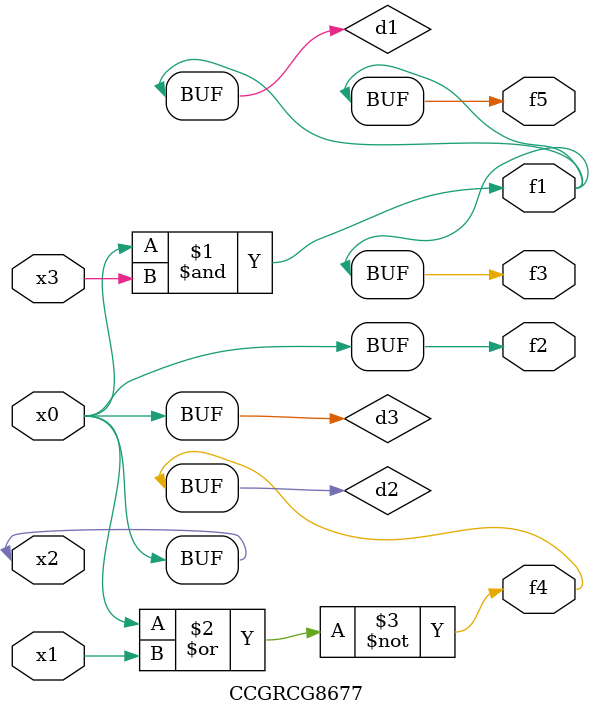
<source format=v>
module CCGRCG8677(
	input x0, x1, x2, x3,
	output f1, f2, f3, f4, f5
);

	wire d1, d2, d3;

	and (d1, x2, x3);
	nor (d2, x0, x1);
	buf (d3, x0, x2);
	assign f1 = d1;
	assign f2 = d3;
	assign f3 = d1;
	assign f4 = d2;
	assign f5 = d1;
endmodule

</source>
